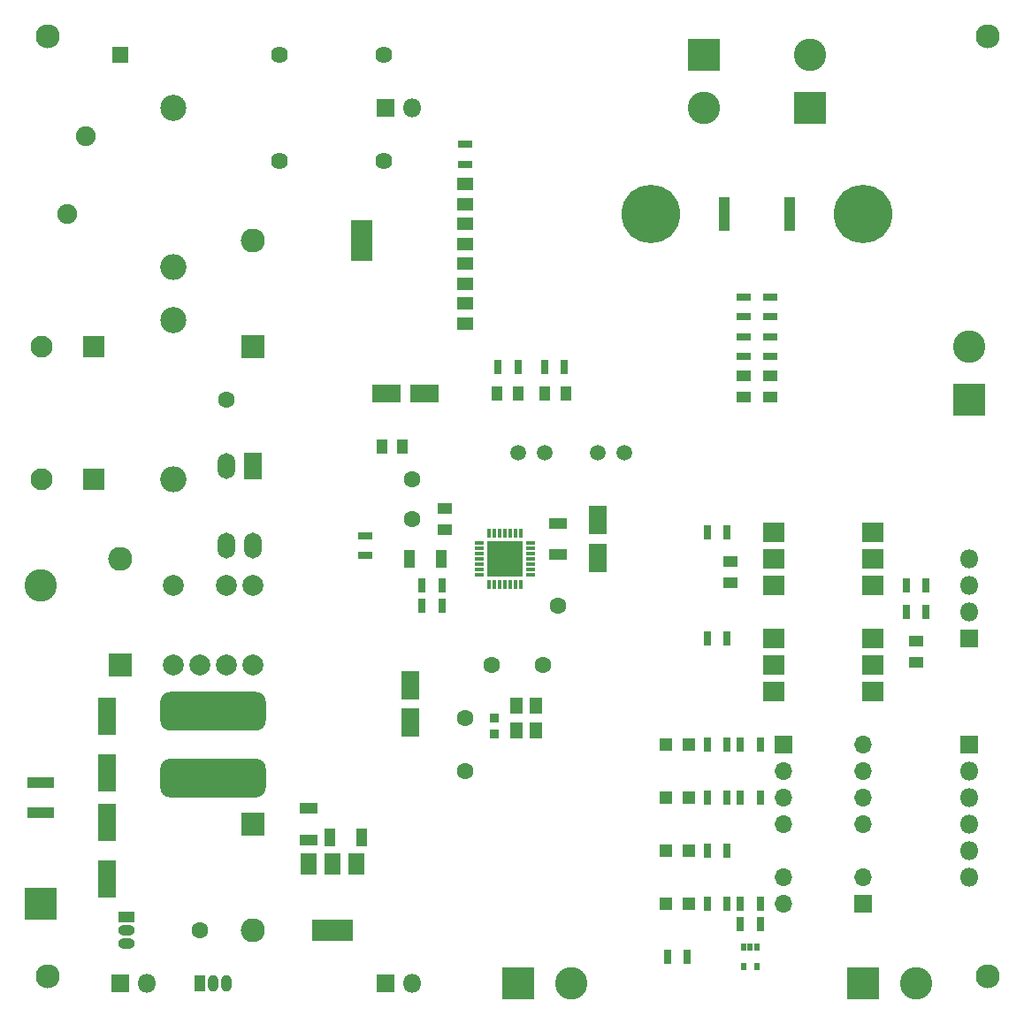
<source format=gbr>
%TF.GenerationSoftware,KiCad,Pcbnew,(5.1.6)-1*%
%TF.CreationDate,2020-06-29T23:41:49+02:00*%
%TF.ProjectId,EnergyMonitor,456e6572-6779-44d6-9f6e-69746f722e6b,1.0*%
%TF.SameCoordinates,Original*%
%TF.FileFunction,Soldermask,Top*%
%TF.FilePolarity,Negative*%
%FSLAX46Y46*%
G04 Gerber Fmt 4.6, Leading zero omitted, Abs format (unit mm)*
G04 Created by KiCad (PCBNEW (5.1.6)-1) date 2020-06-29 23:41:49*
%MOMM*%
%LPD*%
G01*
G04 APERTURE LIST*
%ADD10R,1.100000X3.300000*%
%ADD11R,1.600000X1.300000*%
%ADD12R,3.100000X3.100000*%
%ADD13C,3.100000*%
%ADD14R,1.800000X1.800000*%
%ADD15O,1.800000X1.800000*%
%ADD16R,1.600000X1.600000*%
%ADD17R,0.800000X1.400000*%
%ADD18C,1.600000*%
%ADD19R,1.700000X1.700000*%
%ADD20O,1.700000X1.700000*%
%ADD21O,1.600000X1.000000*%
%ADD22R,1.600000X1.000000*%
%ADD23R,2.600000X1.000000*%
%ADD24R,1.350000X1.100000*%
%ADD25R,2.100000X1.880000*%
%ADD26C,2.300000*%
%ADD27R,1.100000X1.350000*%
%ADD28C,2.500000*%
%ADD29O,2.500000X2.500000*%
%ADD30R,2.100000X2.100000*%
%ADD31C,2.100000*%
%ADD32R,0.850000X0.900000*%
%ADD33R,1.700000X3.600000*%
%ADD34R,1.300000X1.500000*%
%ADD35O,0.400000X0.950000*%
%ADD36O,0.950000X0.400000*%
%ADD37R,1.775000X1.775000*%
%ADD38R,3.900000X2.100000*%
%ADD39R,1.600000X2.100000*%
%ADD40C,2.005000*%
%ADD41R,1.700000X2.500000*%
%ADD42O,1.700000X2.500000*%
%ADD43R,0.500000X0.750000*%
%ADD44R,2.100000X3.900000*%
%ADD45C,1.500000*%
%ADD46R,1.400000X0.800000*%
%ADD47C,1.900000*%
%ADD48R,1.300000X1.300000*%
%ADD49C,5.600000*%
%ADD50C,1.624000*%
%ADD51R,2.300000X2.300000*%
%ADD52O,2.300000X2.300000*%
%ADD53O,1.000000X1.600000*%
%ADD54R,1.000000X1.600000*%
%ADD55R,1.100000X1.700000*%
%ADD56R,1.700000X2.700000*%
%ADD57R,2.700000X1.700000*%
%ADD58R,1.700000X1.100000*%
G04 APERTURE END LIST*
D10*
%TO.C,R1*%
X120560000Y-91260000D03*
X126760000Y-91260000D03*
%TD*%
D11*
%TO.C,R7*%
X95720000Y-99835000D03*
X95720000Y-101735000D03*
%TD*%
%TO.C,R6*%
X95720000Y-96025000D03*
X95720000Y-97925000D03*
%TD*%
%TO.C,R5*%
X95720000Y-92215000D03*
X95720000Y-94115000D03*
%TD*%
%TO.C,R4*%
X95720000Y-88405000D03*
X95720000Y-90305000D03*
%TD*%
D12*
%TO.C,TP17*%
X133820000Y-164920000D03*
%TD*%
D13*
%TO.C,TP15*%
X138900000Y-164920000D03*
%TD*%
D12*
%TO.C,TP1*%
X55080000Y-157300000D03*
%TD*%
%TO.C,TP10*%
X143980000Y-109040000D03*
%TD*%
%TO.C,TP16*%
X100800000Y-164920000D03*
%TD*%
D13*
%TO.C,TP13*%
X143980000Y-103960000D03*
%TD*%
D14*
%TO.C,JP1*%
X88100000Y-81100000D03*
D15*
X90640000Y-81100000D03*
%TD*%
D13*
%TO.C,TP18*%
X105880000Y-164920000D03*
%TD*%
D16*
%TO.C,TP11*%
X62700000Y-76020000D03*
%TD*%
D17*
%TO.C,R9*%
X103345000Y-105865000D03*
X105245000Y-105865000D03*
%TD*%
D18*
%TO.C,TP2*%
X95720000Y-144600000D03*
%TD*%
D17*
%TO.C,R12*%
X118900000Y-121740000D03*
X120800000Y-121740000D03*
%TD*%
D19*
%TO.C,U6*%
X133820000Y-157300000D03*
D20*
X126200000Y-154760000D03*
X133820000Y-154760000D03*
X126200000Y-157300000D03*
%TD*%
D21*
%TO.C,Q1*%
X63335000Y-159840000D03*
X63335000Y-161110000D03*
D22*
X63335000Y-158570000D03*
%TD*%
D23*
%TO.C,L2*%
X55080000Y-145690000D03*
X55080000Y-148590000D03*
%TD*%
D17*
%TO.C,R23*%
X139850000Y-129360000D03*
X137950000Y-129360000D03*
%TD*%
D24*
%TO.C,C13*%
X121120000Y-124550000D03*
X121120000Y-126550000D03*
%TD*%
%TO.C,C15*%
X138900000Y-134170000D03*
X138900000Y-132170000D03*
%TD*%
D25*
%TO.C,U3*%
X134775000Y-126820000D03*
X125245000Y-121740000D03*
X134775000Y-124280000D03*
X125245000Y-124280000D03*
X134775000Y-121740000D03*
X125245000Y-126820000D03*
%TD*%
%TO.C,U4*%
X125245000Y-131900000D03*
X134775000Y-136980000D03*
X125245000Y-134440000D03*
X134775000Y-134440000D03*
X125245000Y-136980000D03*
X134775000Y-131900000D03*
%TD*%
D26*
%TO.C,H4*%
X145800000Y-74200000D03*
%TD*%
%TO.C,H3*%
X55800000Y-74200000D03*
%TD*%
D27*
%TO.C,C25*%
X87735000Y-113485000D03*
X89735000Y-113485000D03*
%TD*%
D13*
%TO.C,TP12*%
X55080000Y-126820000D03*
%TD*%
%TO.C,L1*%
G36*
G01*
X66540000Y-146185000D02*
X66540000Y-144335000D01*
G75*
G02*
X67465000Y-143410000I925000J0D01*
G01*
X75715000Y-143410000D01*
G75*
G02*
X76640000Y-144335000I0J-925000D01*
G01*
X76640000Y-146185000D01*
G75*
G02*
X75715000Y-147110000I-925000J0D01*
G01*
X67465000Y-147110000D01*
G75*
G02*
X66540000Y-146185000I0J925000D01*
G01*
G37*
G36*
G01*
X66540000Y-139785000D02*
X66540000Y-137935000D01*
G75*
G02*
X67465000Y-137010000I925000J0D01*
G01*
X75715000Y-137010000D01*
G75*
G02*
X76640000Y-137935000I0J-925000D01*
G01*
X76640000Y-139785000D01*
G75*
G02*
X75715000Y-140710000I-925000J0D01*
G01*
X67465000Y-140710000D01*
G75*
G02*
X66540000Y-139785000I0J925000D01*
G01*
G37*
%TD*%
D26*
%TO.C,H6*%
X145800000Y-164200000D03*
%TD*%
%TO.C,H5*%
X55800000Y-164200000D03*
%TD*%
D28*
%TO.C,RF1*%
X67780000Y-81100000D03*
D29*
X67780000Y-96340000D03*
%TD*%
D30*
%TO.C,C16*%
X60160000Y-103960000D03*
D31*
X55160000Y-103960000D03*
%TD*%
D30*
%TO.C,C17*%
X60160000Y-116660000D03*
D31*
X55160000Y-116660000D03*
%TD*%
D12*
%TO.C,J2*%
X128740000Y-81100000D03*
D13*
X128740000Y-76020000D03*
%TD*%
D24*
%TO.C,C8*%
X93815000Y-121470000D03*
X93815000Y-119470000D03*
%TD*%
D32*
%TO.C,C12*%
X98514000Y-139520000D03*
X98514000Y-141020000D03*
%TD*%
D33*
%TO.C,C20*%
X61430000Y-149520000D03*
X61430000Y-154920000D03*
%TD*%
D18*
%TO.C,Y1*%
X98260000Y-134440000D03*
X103140000Y-134440000D03*
%TD*%
D34*
%TO.C,X1*%
X102512000Y-140720000D03*
X102512000Y-138320000D03*
X100612000Y-138320000D03*
X100612000Y-140720000D03*
%TD*%
D35*
%TO.C,U1*%
X98030000Y-126730000D03*
X98530000Y-126730000D03*
X99030000Y-126730000D03*
X99530000Y-126730000D03*
X100030000Y-126730000D03*
X100530000Y-126730000D03*
X101030000Y-126730000D03*
D36*
X101980000Y-125780000D03*
X101980000Y-125280000D03*
X101980000Y-124780000D03*
X101980000Y-124280000D03*
X101980000Y-123780000D03*
X101980000Y-123280000D03*
X101980000Y-122780000D03*
D35*
X101030000Y-121830000D03*
X100530000Y-121830000D03*
X100030000Y-121830000D03*
X99530000Y-121830000D03*
X99030000Y-121830000D03*
X98530000Y-121830000D03*
X98030000Y-121830000D03*
D36*
X97080000Y-122780000D03*
X97080000Y-123280000D03*
X97080000Y-123780000D03*
X97080000Y-124280000D03*
X97080000Y-124780000D03*
X97080000Y-125280000D03*
X97080000Y-125780000D03*
D37*
X100367500Y-123442500D03*
X98692500Y-123442500D03*
X100367500Y-125117500D03*
X98692500Y-125117500D03*
%TD*%
D38*
%TO.C,U12*%
X83020000Y-159790000D03*
D39*
X83020000Y-153490000D03*
X80720000Y-153490000D03*
X85320000Y-153490000D03*
%TD*%
D40*
%TO.C,U10*%
X75400000Y-126820000D03*
X72860000Y-126820000D03*
X67780000Y-126820000D03*
X67780000Y-134440000D03*
X70320000Y-134440000D03*
X72860000Y-134440000D03*
X75400000Y-134440000D03*
%TD*%
D41*
%TO.C,U11*%
X75400000Y-115390000D03*
D42*
X72860000Y-123010000D03*
X72860000Y-115390000D03*
X75400000Y-123010000D03*
%TD*%
D19*
%TO.C,U5*%
X126200000Y-142060000D03*
D20*
X133820000Y-149680000D03*
X126200000Y-144600000D03*
X133820000Y-147140000D03*
X126200000Y-147140000D03*
X133820000Y-144600000D03*
X126200000Y-149680000D03*
X133820000Y-142060000D03*
%TD*%
D43*
%TO.C,U7*%
X123675000Y-161430000D03*
X122375000Y-161430000D03*
X123025000Y-161430000D03*
X122375000Y-163330000D03*
X123675000Y-163330000D03*
%TD*%
D18*
%TO.C,TP19*%
X70320000Y-159840000D03*
%TD*%
%TO.C,TP14*%
X72860000Y-109040000D03*
%TD*%
D44*
%TO.C,TP9*%
X85800000Y-93800000D03*
%TD*%
D18*
%TO.C,TP8*%
X90640000Y-120470000D03*
%TD*%
%TO.C,TP7*%
X104610000Y-128725000D03*
%TD*%
D45*
%TO.C,TP6*%
X100800000Y-114120000D03*
X103340000Y-114120000D03*
%TD*%
%TO.C,TP5*%
X110960000Y-114120000D03*
X108420000Y-114120000D03*
%TD*%
D18*
%TO.C,TP4*%
X90640000Y-116660000D03*
%TD*%
%TO.C,TP3*%
X95720000Y-139520000D03*
%TD*%
D46*
%TO.C,R27*%
X86195000Y-122060000D03*
X86195000Y-123960000D03*
%TD*%
D17*
%TO.C,R24*%
X120800000Y-152220000D03*
X118900000Y-152220000D03*
%TD*%
D28*
%TO.C,R25*%
X67780000Y-101420000D03*
D29*
X67780000Y-116660000D03*
%TD*%
D17*
%TO.C,R22*%
X139850000Y-126820000D03*
X137950000Y-126820000D03*
%TD*%
%TO.C,R13*%
X120800000Y-131900000D03*
X118900000Y-131900000D03*
%TD*%
%TO.C,R19*%
X122075000Y-157300000D03*
X123975000Y-157300000D03*
%TD*%
%TO.C,R21*%
X118900000Y-157300000D03*
X120800000Y-157300000D03*
%TD*%
%TO.C,R18*%
X123975000Y-159205000D03*
X122075000Y-159205000D03*
%TD*%
%TO.C,R17*%
X118900000Y-147140000D03*
X120800000Y-147140000D03*
%TD*%
%TO.C,R16*%
X123975000Y-147140000D03*
X122075000Y-147140000D03*
%TD*%
%TO.C,R15*%
X118900000Y-142060000D03*
X120800000Y-142060000D03*
%TD*%
%TO.C,R14*%
X123975000Y-142060000D03*
X122075000Y-142060000D03*
%TD*%
%TO.C,R20*%
X115090000Y-162380000D03*
X116990000Y-162380000D03*
%TD*%
%TO.C,R11*%
X91595000Y-128725000D03*
X93495000Y-128725000D03*
%TD*%
%TO.C,R10*%
X91595000Y-126820000D03*
X93495000Y-126820000D03*
%TD*%
D46*
%TO.C,R3*%
X124930000Y-104910000D03*
X124930000Y-103010000D03*
%TD*%
%TO.C,R2*%
X122390000Y-104910000D03*
X122390000Y-103010000D03*
%TD*%
D17*
%TO.C,R8*%
X100800000Y-105865000D03*
X98900000Y-105865000D03*
%TD*%
D47*
%TO.C,MOV1*%
X57620000Y-91260000D03*
X59420000Y-83760000D03*
%TD*%
D48*
%TO.C,LD3*%
X117140000Y-152220000D03*
X114940000Y-152220000D03*
%TD*%
%TO.C,LD2*%
X117140000Y-147140000D03*
X114940000Y-147140000D03*
%TD*%
%TO.C,LD1*%
X117140000Y-142060000D03*
X114940000Y-142060000D03*
%TD*%
%TO.C,LD4*%
X117140000Y-157300000D03*
X114940000Y-157300000D03*
%TD*%
D14*
%TO.C,J7*%
X88100000Y-164920000D03*
D15*
X90640000Y-164920000D03*
%TD*%
D14*
%TO.C,J6*%
X62700000Y-164920000D03*
D15*
X65240000Y-164920000D03*
%TD*%
D14*
%TO.C,J5*%
X143980000Y-142060000D03*
D15*
X143980000Y-144600000D03*
X143980000Y-147140000D03*
X143980000Y-149680000D03*
X143980000Y-152220000D03*
X143980000Y-154760000D03*
%TD*%
D14*
%TO.C,J4*%
X143980000Y-131900000D03*
D15*
X143980000Y-129360000D03*
X143980000Y-126820000D03*
X143980000Y-124280000D03*
%TD*%
D12*
%TO.C,J1*%
X118580000Y-76020000D03*
D13*
X118580000Y-81100000D03*
%TD*%
D49*
%TO.C,H1*%
X113500000Y-91260000D03*
%TD*%
%TO.C,H2*%
X133820000Y-91260000D03*
%TD*%
D50*
%TO.C,FB5*%
X77940000Y-86180000D03*
X87940000Y-86180000D03*
%TD*%
%TO.C,FB4*%
X77940000Y-76020000D03*
X87940000Y-76020000D03*
%TD*%
D46*
%TO.C,FB3*%
X95720000Y-84595000D03*
X95720000Y-86495000D03*
%TD*%
%TO.C,FB2*%
X124930000Y-101100000D03*
X124930000Y-99200000D03*
%TD*%
%TO.C,FB1*%
X122390000Y-101100000D03*
X122390000Y-99200000D03*
%TD*%
D51*
%TO.C,D3*%
X75400000Y-149680000D03*
D52*
X75400000Y-159840000D03*
%TD*%
D53*
%TO.C,D4*%
X71590000Y-164920000D03*
X72860000Y-164920000D03*
D54*
X70320000Y-164920000D03*
%TD*%
D51*
%TO.C,D2*%
X62700000Y-134440000D03*
D52*
X62700000Y-124280000D03*
%TD*%
D51*
%TO.C,D1*%
X75400000Y-103960000D03*
D52*
X75400000Y-93800000D03*
%TD*%
D55*
%TO.C,C23*%
X82790000Y-150950000D03*
X85790000Y-150950000D03*
%TD*%
D56*
%TO.C,C22*%
X90475000Y-139975000D03*
X90475000Y-136375000D03*
%TD*%
D57*
%TO.C,C24*%
X88205000Y-108405000D03*
X91805000Y-108405000D03*
%TD*%
D58*
%TO.C,C21*%
X80734000Y-148180000D03*
X80734000Y-151180000D03*
%TD*%
D33*
%TO.C,C19*%
X61430000Y-144760000D03*
X61430000Y-139360000D03*
%TD*%
D55*
%TO.C,C7*%
X93410000Y-124280000D03*
X90410000Y-124280000D03*
%TD*%
D58*
%TO.C,C6*%
X104610000Y-123875000D03*
X104610000Y-120875000D03*
%TD*%
D56*
%TO.C,C5*%
X108420000Y-124175000D03*
X108420000Y-120575000D03*
%TD*%
D27*
%TO.C,C4*%
X103340000Y-108405000D03*
X105340000Y-108405000D03*
%TD*%
D24*
%TO.C,C2*%
X124930000Y-106770000D03*
X124930000Y-108770000D03*
%TD*%
D27*
%TO.C,C3*%
X100800000Y-108405000D03*
X98800000Y-108405000D03*
%TD*%
D24*
%TO.C,C1*%
X122390000Y-106770000D03*
X122390000Y-108770000D03*
%TD*%
M02*

</source>
